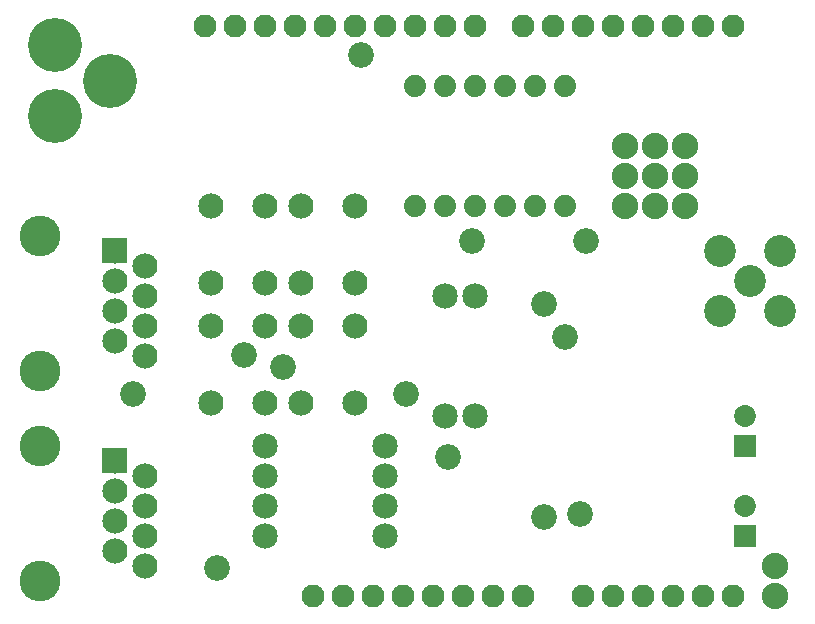
<source format=gbs>
G04 MADE WITH FRITZING*
G04 WWW.FRITZING.ORG*
G04 DOUBLE SIDED*
G04 HOLES PLATED*
G04 CONTOUR ON CENTER OF CONTOUR VECTOR*
%ASAXBY*%
%FSLAX23Y23*%
%MOIN*%
%OFA0B0*%
%SFA1.0B1.0*%
%ADD10C,0.072992*%
%ADD11C,0.085000*%
%ADD12C,0.076194*%
%ADD13C,0.076222*%
%ADD14C,0.180000*%
%ADD15C,0.074000*%
%ADD16C,0.084000*%
%ADD17C,0.135984*%
%ADD18C,0.088000*%
%ADD19C,0.106384*%
%ADD20C,0.106385*%
%ADD21C,0.085433*%
%ADD22R,0.072992X0.072992*%
%ADD23R,0.001000X0.001000*%
%LNMASK0*%
G90*
G70*
G54D10*
X2565Y626D03*
X2565Y725D03*
X2565Y326D03*
X2565Y425D03*
G54D11*
X1665Y1126D03*
X1665Y726D03*
X1565Y1126D03*
X1565Y726D03*
G54D12*
X2125Y126D03*
X2225Y126D03*
X2325Y126D03*
X2425Y126D03*
X2525Y126D03*
G54D13*
X1665Y2026D03*
X1565Y2026D03*
X1465Y2026D03*
X1365Y2026D03*
X1265Y2026D03*
X1165Y2026D03*
X1065Y2026D03*
X965Y2026D03*
X865Y2026D03*
X765Y2026D03*
X2525Y2026D03*
X2425Y2026D03*
X2325Y2026D03*
X2225Y2026D03*
X2125Y2026D03*
X2025Y2026D03*
X1925Y2026D03*
X1825Y2026D03*
G54D12*
X1225Y126D03*
X1125Y126D03*
X1325Y126D03*
X1425Y126D03*
X1525Y126D03*
X1625Y126D03*
X1725Y126D03*
X1825Y126D03*
X2025Y126D03*
G54D14*
X265Y1962D03*
X265Y1726D03*
X450Y1844D03*
G54D15*
X1865Y1426D03*
X1765Y1426D03*
X1665Y1426D03*
X1565Y1426D03*
X1465Y1426D03*
X1465Y1826D03*
X1565Y1826D03*
X1665Y1826D03*
X1765Y1826D03*
X1865Y1826D03*
X1965Y1826D03*
X1965Y1426D03*
G54D16*
X1265Y1426D03*
X1265Y1170D03*
X1087Y1426D03*
X1087Y1170D03*
X965Y1426D03*
X965Y1170D03*
X787Y1426D03*
X787Y1170D03*
X1265Y1026D03*
X1265Y770D03*
X1087Y1026D03*
X1087Y770D03*
X965Y1026D03*
X965Y770D03*
X787Y1026D03*
X787Y770D03*
X565Y926D03*
X465Y976D03*
X565Y1026D03*
X565Y1126D03*
X565Y1226D03*
X465Y1076D03*
X465Y1176D03*
X465Y1276D03*
G54D17*
X215Y1326D03*
X215Y876D03*
G54D11*
X965Y326D03*
X1365Y326D03*
X965Y426D03*
X1365Y426D03*
X965Y526D03*
X1365Y526D03*
X965Y626D03*
X1365Y626D03*
G54D18*
X2365Y1626D03*
X2365Y1526D03*
X2365Y1426D03*
X2265Y1626D03*
X2265Y1526D03*
X2265Y1426D03*
X2165Y1626D03*
X2165Y1526D03*
X2165Y1426D03*
G54D16*
X565Y226D03*
X465Y276D03*
X565Y326D03*
X565Y426D03*
X565Y526D03*
X465Y376D03*
X465Y476D03*
X465Y576D03*
G54D17*
X215Y626D03*
X215Y176D03*
G54D18*
X2665Y226D03*
X2665Y126D03*
G54D19*
X2482Y1276D03*
G54D20*
X2582Y1176D03*
G54D19*
X2482Y1076D03*
G54D20*
X2682Y1076D03*
X2682Y1276D03*
G54D21*
X1895Y1098D03*
X1655Y1308D03*
X1575Y588D03*
X895Y928D03*
X1025Y888D03*
X1895Y388D03*
X1435Y798D03*
X1965Y988D03*
X2035Y1308D03*
X1285Y1928D03*
X2015Y398D03*
X805Y218D03*
X525Y798D03*
G54D22*
X2565Y626D03*
X2565Y326D03*
G54D23*
X423Y1319D02*
X506Y1319D01*
X423Y1318D02*
X506Y1318D01*
X423Y1317D02*
X506Y1317D01*
X423Y1316D02*
X506Y1316D01*
X423Y1315D02*
X506Y1315D01*
X423Y1314D02*
X506Y1314D01*
X423Y1313D02*
X506Y1313D01*
X423Y1312D02*
X506Y1312D01*
X423Y1311D02*
X506Y1311D01*
X423Y1310D02*
X506Y1310D01*
X423Y1309D02*
X506Y1309D01*
X423Y1308D02*
X506Y1308D01*
X423Y1307D02*
X506Y1307D01*
X423Y1306D02*
X506Y1306D01*
X423Y1305D02*
X506Y1305D01*
X423Y1304D02*
X506Y1304D01*
X423Y1303D02*
X506Y1303D01*
X423Y1302D02*
X506Y1302D01*
X423Y1301D02*
X506Y1301D01*
X423Y1300D02*
X506Y1300D01*
X423Y1299D02*
X506Y1299D01*
X423Y1298D02*
X506Y1298D01*
X423Y1297D02*
X506Y1297D01*
X423Y1296D02*
X506Y1296D01*
X423Y1295D02*
X506Y1295D01*
X423Y1294D02*
X506Y1294D01*
X423Y1293D02*
X506Y1293D01*
X423Y1292D02*
X463Y1292D01*
X465Y1292D02*
X506Y1292D01*
X423Y1291D02*
X458Y1291D01*
X471Y1291D02*
X506Y1291D01*
X423Y1290D02*
X456Y1290D01*
X473Y1290D02*
X506Y1290D01*
X423Y1289D02*
X454Y1289D01*
X474Y1289D02*
X506Y1289D01*
X423Y1288D02*
X453Y1288D01*
X475Y1288D02*
X506Y1288D01*
X423Y1287D02*
X452Y1287D01*
X476Y1287D02*
X506Y1287D01*
X423Y1286D02*
X451Y1286D01*
X477Y1286D02*
X506Y1286D01*
X423Y1285D02*
X451Y1285D01*
X477Y1285D02*
X506Y1285D01*
X423Y1284D02*
X450Y1284D01*
X478Y1284D02*
X506Y1284D01*
X423Y1283D02*
X450Y1283D01*
X478Y1283D02*
X506Y1283D01*
X423Y1282D02*
X450Y1282D01*
X479Y1282D02*
X506Y1282D01*
X423Y1281D02*
X449Y1281D01*
X479Y1281D02*
X506Y1281D01*
X423Y1280D02*
X449Y1280D01*
X479Y1280D02*
X506Y1280D01*
X423Y1279D02*
X449Y1279D01*
X479Y1279D02*
X506Y1279D01*
X423Y1278D02*
X449Y1278D01*
X479Y1278D02*
X506Y1278D01*
X423Y1277D02*
X449Y1277D01*
X479Y1277D02*
X506Y1277D01*
X423Y1276D02*
X449Y1276D01*
X479Y1276D02*
X506Y1276D01*
X423Y1275D02*
X449Y1275D01*
X479Y1275D02*
X506Y1275D01*
X423Y1274D02*
X449Y1274D01*
X479Y1274D02*
X506Y1274D01*
X423Y1273D02*
X450Y1273D01*
X479Y1273D02*
X506Y1273D01*
X423Y1272D02*
X450Y1272D01*
X478Y1272D02*
X506Y1272D01*
X423Y1271D02*
X450Y1271D01*
X478Y1271D02*
X506Y1271D01*
X423Y1270D02*
X451Y1270D01*
X478Y1270D02*
X506Y1270D01*
X423Y1269D02*
X451Y1269D01*
X477Y1269D02*
X506Y1269D01*
X423Y1268D02*
X452Y1268D01*
X476Y1268D02*
X506Y1268D01*
X423Y1267D02*
X453Y1267D01*
X476Y1267D02*
X506Y1267D01*
X423Y1266D02*
X454Y1266D01*
X474Y1266D02*
X506Y1266D01*
X423Y1265D02*
X455Y1265D01*
X473Y1265D02*
X506Y1265D01*
X423Y1264D02*
X457Y1264D01*
X471Y1264D02*
X506Y1264D01*
X423Y1263D02*
X461Y1263D01*
X468Y1263D02*
X506Y1263D01*
X423Y1262D02*
X506Y1262D01*
X423Y1261D02*
X506Y1261D01*
X423Y1260D02*
X506Y1260D01*
X423Y1259D02*
X506Y1259D01*
X423Y1258D02*
X506Y1258D01*
X423Y1257D02*
X506Y1257D01*
X423Y1256D02*
X506Y1256D01*
X423Y1255D02*
X506Y1255D01*
X423Y1254D02*
X506Y1254D01*
X423Y1253D02*
X506Y1253D01*
X423Y1252D02*
X506Y1252D01*
X423Y1251D02*
X506Y1251D01*
X423Y1250D02*
X506Y1250D01*
X423Y1249D02*
X506Y1249D01*
X423Y1248D02*
X506Y1248D01*
X423Y1247D02*
X506Y1247D01*
X423Y1246D02*
X506Y1246D01*
X423Y1245D02*
X506Y1245D01*
X423Y1244D02*
X506Y1244D01*
X423Y1243D02*
X506Y1243D01*
X423Y1242D02*
X506Y1242D01*
X423Y1241D02*
X506Y1241D01*
X423Y1240D02*
X506Y1240D01*
X423Y1239D02*
X506Y1239D01*
X423Y1238D02*
X506Y1238D01*
X423Y1237D02*
X506Y1237D01*
X423Y1236D02*
X506Y1236D01*
X423Y619D02*
X506Y619D01*
X423Y618D02*
X506Y618D01*
X423Y617D02*
X506Y617D01*
X423Y616D02*
X506Y616D01*
X423Y615D02*
X506Y615D01*
X423Y614D02*
X506Y614D01*
X423Y613D02*
X506Y613D01*
X423Y612D02*
X506Y612D01*
X423Y611D02*
X506Y611D01*
X423Y610D02*
X506Y610D01*
X423Y609D02*
X506Y609D01*
X423Y608D02*
X506Y608D01*
X423Y607D02*
X506Y607D01*
X423Y606D02*
X506Y606D01*
X423Y605D02*
X506Y605D01*
X423Y604D02*
X506Y604D01*
X423Y603D02*
X506Y603D01*
X423Y602D02*
X506Y602D01*
X423Y601D02*
X506Y601D01*
X423Y600D02*
X506Y600D01*
X423Y599D02*
X506Y599D01*
X423Y598D02*
X506Y598D01*
X423Y597D02*
X506Y597D01*
X423Y596D02*
X506Y596D01*
X423Y595D02*
X506Y595D01*
X423Y594D02*
X506Y594D01*
X423Y593D02*
X506Y593D01*
X423Y592D02*
X461Y592D01*
X468Y592D02*
X506Y592D01*
X423Y591D02*
X457Y591D01*
X471Y591D02*
X506Y591D01*
X423Y590D02*
X455Y590D01*
X473Y590D02*
X506Y590D01*
X423Y589D02*
X454Y589D01*
X474Y589D02*
X506Y589D01*
X423Y588D02*
X453Y588D01*
X475Y588D02*
X506Y588D01*
X423Y587D02*
X452Y587D01*
X476Y587D02*
X506Y587D01*
X423Y586D02*
X451Y586D01*
X477Y586D02*
X506Y586D01*
X423Y585D02*
X451Y585D01*
X478Y585D02*
X506Y585D01*
X423Y584D02*
X450Y584D01*
X478Y584D02*
X506Y584D01*
X423Y583D02*
X450Y583D01*
X478Y583D02*
X506Y583D01*
X423Y582D02*
X450Y582D01*
X479Y582D02*
X506Y582D01*
X423Y581D02*
X449Y581D01*
X479Y581D02*
X506Y581D01*
X423Y580D02*
X449Y580D01*
X479Y580D02*
X506Y580D01*
X423Y579D02*
X449Y579D01*
X479Y579D02*
X506Y579D01*
X423Y578D02*
X449Y578D01*
X479Y578D02*
X506Y578D01*
X423Y577D02*
X449Y577D01*
X479Y577D02*
X506Y577D01*
X423Y576D02*
X449Y576D01*
X479Y576D02*
X506Y576D01*
X423Y575D02*
X449Y575D01*
X479Y575D02*
X506Y575D01*
X423Y574D02*
X449Y574D01*
X479Y574D02*
X506Y574D01*
X423Y573D02*
X450Y573D01*
X479Y573D02*
X506Y573D01*
X423Y572D02*
X450Y572D01*
X478Y572D02*
X506Y572D01*
X423Y571D02*
X450Y571D01*
X478Y571D02*
X506Y571D01*
X423Y570D02*
X451Y570D01*
X478Y570D02*
X506Y570D01*
X423Y569D02*
X451Y569D01*
X477Y569D02*
X506Y569D01*
X423Y568D02*
X452Y568D01*
X476Y568D02*
X506Y568D01*
X423Y567D02*
X453Y567D01*
X475Y567D02*
X506Y567D01*
X423Y566D02*
X454Y566D01*
X474Y566D02*
X506Y566D01*
X423Y565D02*
X456Y565D01*
X473Y565D02*
X506Y565D01*
X423Y564D02*
X458Y564D01*
X471Y564D02*
X506Y564D01*
X423Y563D02*
X463Y563D01*
X466Y563D02*
X506Y563D01*
X423Y562D02*
X506Y562D01*
X423Y561D02*
X506Y561D01*
X423Y560D02*
X506Y560D01*
X423Y559D02*
X506Y559D01*
X423Y558D02*
X506Y558D01*
X423Y557D02*
X506Y557D01*
X423Y556D02*
X506Y556D01*
X423Y555D02*
X506Y555D01*
X423Y554D02*
X506Y554D01*
X423Y553D02*
X506Y553D01*
X423Y552D02*
X506Y552D01*
X423Y551D02*
X506Y551D01*
X423Y550D02*
X506Y550D01*
X423Y549D02*
X506Y549D01*
X423Y548D02*
X506Y548D01*
X423Y547D02*
X506Y547D01*
X423Y546D02*
X506Y546D01*
X423Y545D02*
X506Y545D01*
X423Y544D02*
X506Y544D01*
X423Y543D02*
X506Y543D01*
X423Y542D02*
X506Y542D01*
X423Y541D02*
X506Y541D01*
X423Y540D02*
X506Y540D01*
X423Y539D02*
X506Y539D01*
X423Y538D02*
X506Y538D01*
X423Y537D02*
X506Y537D01*
X423Y536D02*
X506Y536D01*
D02*
G04 End of Mask0*
M02*
</source>
